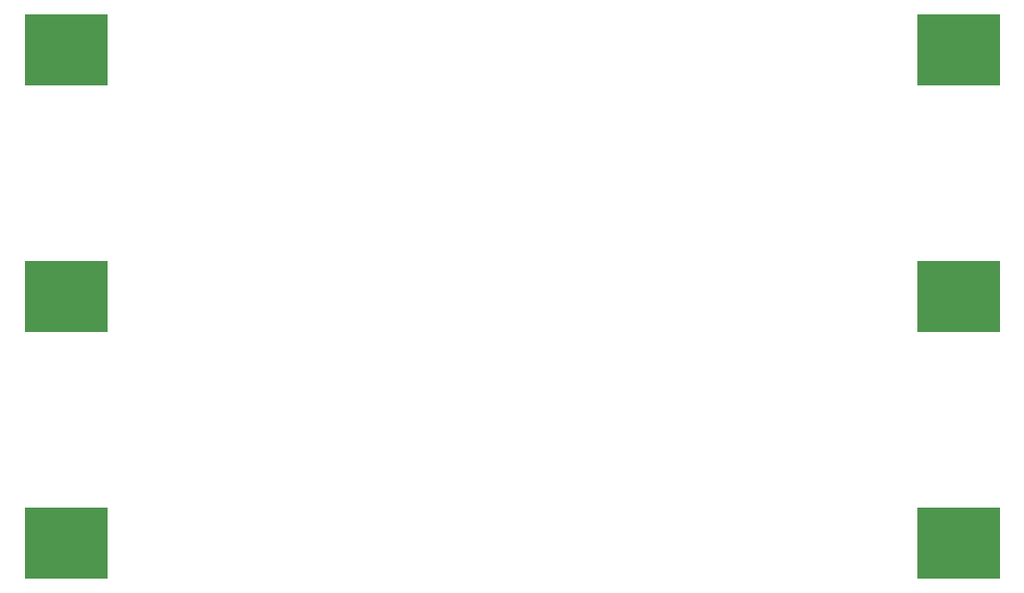
<source format=gbr>
%TF.GenerationSoftware,KiCad,Pcbnew,8.0.5*%
%TF.CreationDate,2024-11-10T22:21:36+02:00*%
%TF.ProjectId,PowerBoard,506f7765-7242-46f6-9172-642e6b696361,rev?*%
%TF.SameCoordinates,Original*%
%TF.FileFunction,Paste,Bot*%
%TF.FilePolarity,Positive*%
%FSLAX46Y46*%
G04 Gerber Fmt 4.6, Leading zero omitted, Abs format (unit mm)*
G04 Created by KiCad (PCBNEW 8.0.5) date 2024-11-10 22:21:36*
%MOMM*%
%LPD*%
G01*
G04 APERTURE LIST*
%ADD10R,7.340000X6.350000*%
G04 APERTURE END LIST*
D10*
%TO.C,BT3*%
X88020000Y-114000000D03*
X166680000Y-114000000D03*
%TD*%
%TO.C,BT2*%
X166680000Y-92250000D03*
X88020000Y-92250000D03*
%TD*%
%TO.C,BT1*%
X88020000Y-70500000D03*
X166680000Y-70500000D03*
%TD*%
M02*

</source>
